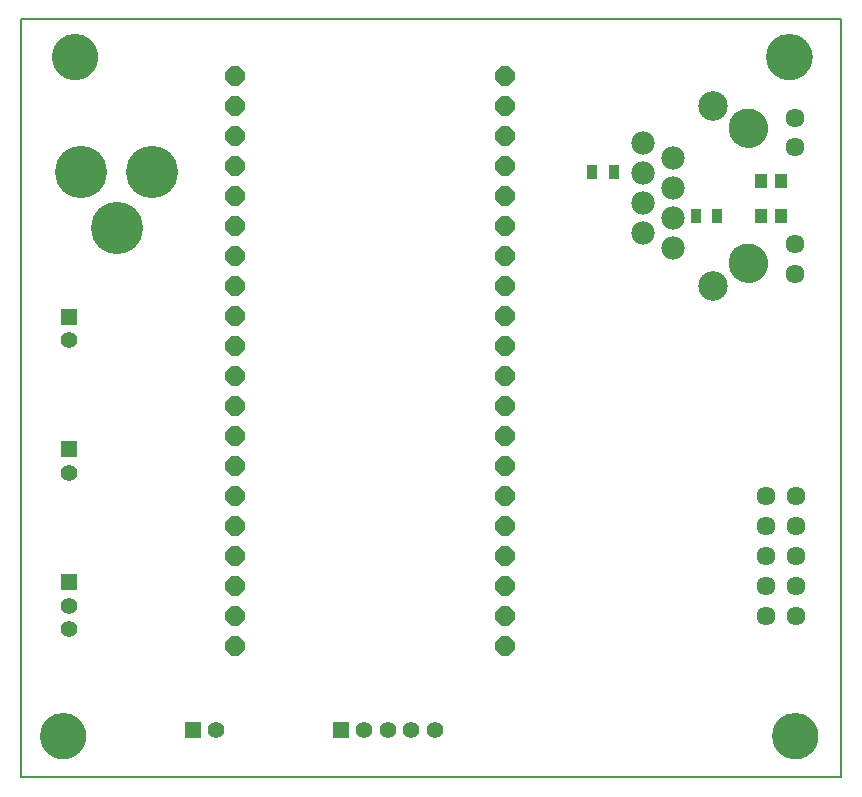
<source format=gbs>
G75*
%MOIN*%
%OFA0B0*%
%FSLAX25Y25*%
%IPPOS*%
%LPD*%
%AMOC8*
5,1,8,0,0,1.08239X$1,22.5*
%
%ADD10C,0.00600*%
%ADD11C,0.00000*%
%ADD12C,0.15361*%
%ADD13R,0.03550X0.05124*%
%ADD14C,0.05550*%
%ADD15R,0.05550X0.05550*%
%ADD16C,0.07800*%
%ADD17C,0.09849*%
%ADD18C,0.06337*%
%ADD19C,0.12998*%
%ADD20C,0.17400*%
%ADD21OC8,0.06337*%
%ADD22R,0.04337X0.04731*%
D10*
X0015315Y0001300D02*
X0015315Y0253859D01*
X0288346Y0253859D01*
X0288346Y0001300D01*
X0015315Y0001300D01*
D11*
X0021614Y0015080D02*
X0021616Y0015264D01*
X0021623Y0015447D01*
X0021634Y0015630D01*
X0021650Y0015813D01*
X0021670Y0015996D01*
X0021695Y0016178D01*
X0021724Y0016359D01*
X0021758Y0016539D01*
X0021796Y0016719D01*
X0021838Y0016897D01*
X0021885Y0017075D01*
X0021936Y0017251D01*
X0021992Y0017426D01*
X0022051Y0017600D01*
X0022115Y0017772D01*
X0022183Y0017942D01*
X0022256Y0018111D01*
X0022332Y0018278D01*
X0022413Y0018443D01*
X0022497Y0018606D01*
X0022586Y0018767D01*
X0022678Y0018925D01*
X0022774Y0019082D01*
X0022875Y0019236D01*
X0022978Y0019387D01*
X0023086Y0019536D01*
X0023197Y0019682D01*
X0023312Y0019825D01*
X0023430Y0019966D01*
X0023552Y0020103D01*
X0023677Y0020238D01*
X0023805Y0020369D01*
X0023936Y0020497D01*
X0024071Y0020622D01*
X0024208Y0020744D01*
X0024349Y0020862D01*
X0024492Y0020977D01*
X0024638Y0021088D01*
X0024787Y0021196D01*
X0024938Y0021299D01*
X0025092Y0021400D01*
X0025249Y0021496D01*
X0025407Y0021588D01*
X0025568Y0021677D01*
X0025731Y0021761D01*
X0025896Y0021842D01*
X0026063Y0021918D01*
X0026232Y0021991D01*
X0026402Y0022059D01*
X0026574Y0022123D01*
X0026748Y0022182D01*
X0026923Y0022238D01*
X0027099Y0022289D01*
X0027277Y0022336D01*
X0027455Y0022378D01*
X0027635Y0022416D01*
X0027815Y0022450D01*
X0027996Y0022479D01*
X0028178Y0022504D01*
X0028361Y0022524D01*
X0028544Y0022540D01*
X0028727Y0022551D01*
X0028910Y0022558D01*
X0029094Y0022560D01*
X0029278Y0022558D01*
X0029461Y0022551D01*
X0029644Y0022540D01*
X0029827Y0022524D01*
X0030010Y0022504D01*
X0030192Y0022479D01*
X0030373Y0022450D01*
X0030553Y0022416D01*
X0030733Y0022378D01*
X0030911Y0022336D01*
X0031089Y0022289D01*
X0031265Y0022238D01*
X0031440Y0022182D01*
X0031614Y0022123D01*
X0031786Y0022059D01*
X0031956Y0021991D01*
X0032125Y0021918D01*
X0032292Y0021842D01*
X0032457Y0021761D01*
X0032620Y0021677D01*
X0032781Y0021588D01*
X0032939Y0021496D01*
X0033096Y0021400D01*
X0033250Y0021299D01*
X0033401Y0021196D01*
X0033550Y0021088D01*
X0033696Y0020977D01*
X0033839Y0020862D01*
X0033980Y0020744D01*
X0034117Y0020622D01*
X0034252Y0020497D01*
X0034383Y0020369D01*
X0034511Y0020238D01*
X0034636Y0020103D01*
X0034758Y0019966D01*
X0034876Y0019825D01*
X0034991Y0019682D01*
X0035102Y0019536D01*
X0035210Y0019387D01*
X0035313Y0019236D01*
X0035414Y0019082D01*
X0035510Y0018925D01*
X0035602Y0018767D01*
X0035691Y0018606D01*
X0035775Y0018443D01*
X0035856Y0018278D01*
X0035932Y0018111D01*
X0036005Y0017942D01*
X0036073Y0017772D01*
X0036137Y0017600D01*
X0036196Y0017426D01*
X0036252Y0017251D01*
X0036303Y0017075D01*
X0036350Y0016897D01*
X0036392Y0016719D01*
X0036430Y0016539D01*
X0036464Y0016359D01*
X0036493Y0016178D01*
X0036518Y0015996D01*
X0036538Y0015813D01*
X0036554Y0015630D01*
X0036565Y0015447D01*
X0036572Y0015264D01*
X0036574Y0015080D01*
X0036572Y0014896D01*
X0036565Y0014713D01*
X0036554Y0014530D01*
X0036538Y0014347D01*
X0036518Y0014164D01*
X0036493Y0013982D01*
X0036464Y0013801D01*
X0036430Y0013621D01*
X0036392Y0013441D01*
X0036350Y0013263D01*
X0036303Y0013085D01*
X0036252Y0012909D01*
X0036196Y0012734D01*
X0036137Y0012560D01*
X0036073Y0012388D01*
X0036005Y0012218D01*
X0035932Y0012049D01*
X0035856Y0011882D01*
X0035775Y0011717D01*
X0035691Y0011554D01*
X0035602Y0011393D01*
X0035510Y0011235D01*
X0035414Y0011078D01*
X0035313Y0010924D01*
X0035210Y0010773D01*
X0035102Y0010624D01*
X0034991Y0010478D01*
X0034876Y0010335D01*
X0034758Y0010194D01*
X0034636Y0010057D01*
X0034511Y0009922D01*
X0034383Y0009791D01*
X0034252Y0009663D01*
X0034117Y0009538D01*
X0033980Y0009416D01*
X0033839Y0009298D01*
X0033696Y0009183D01*
X0033550Y0009072D01*
X0033401Y0008964D01*
X0033250Y0008861D01*
X0033096Y0008760D01*
X0032939Y0008664D01*
X0032781Y0008572D01*
X0032620Y0008483D01*
X0032457Y0008399D01*
X0032292Y0008318D01*
X0032125Y0008242D01*
X0031956Y0008169D01*
X0031786Y0008101D01*
X0031614Y0008037D01*
X0031440Y0007978D01*
X0031265Y0007922D01*
X0031089Y0007871D01*
X0030911Y0007824D01*
X0030733Y0007782D01*
X0030553Y0007744D01*
X0030373Y0007710D01*
X0030192Y0007681D01*
X0030010Y0007656D01*
X0029827Y0007636D01*
X0029644Y0007620D01*
X0029461Y0007609D01*
X0029278Y0007602D01*
X0029094Y0007600D01*
X0028910Y0007602D01*
X0028727Y0007609D01*
X0028544Y0007620D01*
X0028361Y0007636D01*
X0028178Y0007656D01*
X0027996Y0007681D01*
X0027815Y0007710D01*
X0027635Y0007744D01*
X0027455Y0007782D01*
X0027277Y0007824D01*
X0027099Y0007871D01*
X0026923Y0007922D01*
X0026748Y0007978D01*
X0026574Y0008037D01*
X0026402Y0008101D01*
X0026232Y0008169D01*
X0026063Y0008242D01*
X0025896Y0008318D01*
X0025731Y0008399D01*
X0025568Y0008483D01*
X0025407Y0008572D01*
X0025249Y0008664D01*
X0025092Y0008760D01*
X0024938Y0008861D01*
X0024787Y0008964D01*
X0024638Y0009072D01*
X0024492Y0009183D01*
X0024349Y0009298D01*
X0024208Y0009416D01*
X0024071Y0009538D01*
X0023936Y0009663D01*
X0023805Y0009791D01*
X0023677Y0009922D01*
X0023552Y0010057D01*
X0023430Y0010194D01*
X0023312Y0010335D01*
X0023197Y0010478D01*
X0023086Y0010624D01*
X0022978Y0010773D01*
X0022875Y0010924D01*
X0022774Y0011078D01*
X0022678Y0011235D01*
X0022586Y0011393D01*
X0022497Y0011554D01*
X0022413Y0011717D01*
X0022332Y0011882D01*
X0022256Y0012049D01*
X0022183Y0012218D01*
X0022115Y0012388D01*
X0022051Y0012560D01*
X0021992Y0012734D01*
X0021936Y0012909D01*
X0021885Y0013085D01*
X0021838Y0013263D01*
X0021796Y0013441D01*
X0021758Y0013621D01*
X0021724Y0013801D01*
X0021695Y0013982D01*
X0021670Y0014164D01*
X0021650Y0014347D01*
X0021634Y0014530D01*
X0021623Y0014713D01*
X0021616Y0014896D01*
X0021614Y0015080D01*
X0251240Y0172658D02*
X0251242Y0172816D01*
X0251248Y0172974D01*
X0251258Y0173132D01*
X0251272Y0173290D01*
X0251290Y0173447D01*
X0251311Y0173604D01*
X0251337Y0173760D01*
X0251367Y0173916D01*
X0251400Y0174071D01*
X0251438Y0174224D01*
X0251479Y0174377D01*
X0251524Y0174529D01*
X0251573Y0174680D01*
X0251626Y0174829D01*
X0251682Y0174977D01*
X0251742Y0175123D01*
X0251806Y0175268D01*
X0251874Y0175411D01*
X0251945Y0175553D01*
X0252019Y0175693D01*
X0252097Y0175830D01*
X0252179Y0175966D01*
X0252263Y0176100D01*
X0252352Y0176231D01*
X0252443Y0176360D01*
X0252538Y0176487D01*
X0252635Y0176612D01*
X0252736Y0176734D01*
X0252840Y0176853D01*
X0252947Y0176970D01*
X0253057Y0177084D01*
X0253170Y0177195D01*
X0253285Y0177304D01*
X0253403Y0177409D01*
X0253524Y0177511D01*
X0253647Y0177611D01*
X0253773Y0177707D01*
X0253901Y0177800D01*
X0254031Y0177890D01*
X0254164Y0177976D01*
X0254299Y0178060D01*
X0254435Y0178139D01*
X0254574Y0178216D01*
X0254715Y0178288D01*
X0254857Y0178358D01*
X0255001Y0178423D01*
X0255147Y0178485D01*
X0255294Y0178543D01*
X0255443Y0178598D01*
X0255593Y0178649D01*
X0255744Y0178696D01*
X0255896Y0178739D01*
X0256049Y0178778D01*
X0256204Y0178814D01*
X0256359Y0178845D01*
X0256515Y0178873D01*
X0256671Y0178897D01*
X0256828Y0178917D01*
X0256986Y0178933D01*
X0257143Y0178945D01*
X0257302Y0178953D01*
X0257460Y0178957D01*
X0257618Y0178957D01*
X0257776Y0178953D01*
X0257935Y0178945D01*
X0258092Y0178933D01*
X0258250Y0178917D01*
X0258407Y0178897D01*
X0258563Y0178873D01*
X0258719Y0178845D01*
X0258874Y0178814D01*
X0259029Y0178778D01*
X0259182Y0178739D01*
X0259334Y0178696D01*
X0259485Y0178649D01*
X0259635Y0178598D01*
X0259784Y0178543D01*
X0259931Y0178485D01*
X0260077Y0178423D01*
X0260221Y0178358D01*
X0260363Y0178288D01*
X0260504Y0178216D01*
X0260643Y0178139D01*
X0260779Y0178060D01*
X0260914Y0177976D01*
X0261047Y0177890D01*
X0261177Y0177800D01*
X0261305Y0177707D01*
X0261431Y0177611D01*
X0261554Y0177511D01*
X0261675Y0177409D01*
X0261793Y0177304D01*
X0261908Y0177195D01*
X0262021Y0177084D01*
X0262131Y0176970D01*
X0262238Y0176853D01*
X0262342Y0176734D01*
X0262443Y0176612D01*
X0262540Y0176487D01*
X0262635Y0176360D01*
X0262726Y0176231D01*
X0262815Y0176100D01*
X0262899Y0175966D01*
X0262981Y0175830D01*
X0263059Y0175693D01*
X0263133Y0175553D01*
X0263204Y0175411D01*
X0263272Y0175268D01*
X0263336Y0175123D01*
X0263396Y0174977D01*
X0263452Y0174829D01*
X0263505Y0174680D01*
X0263554Y0174529D01*
X0263599Y0174377D01*
X0263640Y0174224D01*
X0263678Y0174071D01*
X0263711Y0173916D01*
X0263741Y0173760D01*
X0263767Y0173604D01*
X0263788Y0173447D01*
X0263806Y0173290D01*
X0263820Y0173132D01*
X0263830Y0172974D01*
X0263836Y0172816D01*
X0263838Y0172658D01*
X0263836Y0172500D01*
X0263830Y0172342D01*
X0263820Y0172184D01*
X0263806Y0172026D01*
X0263788Y0171869D01*
X0263767Y0171712D01*
X0263741Y0171556D01*
X0263711Y0171400D01*
X0263678Y0171245D01*
X0263640Y0171092D01*
X0263599Y0170939D01*
X0263554Y0170787D01*
X0263505Y0170636D01*
X0263452Y0170487D01*
X0263396Y0170339D01*
X0263336Y0170193D01*
X0263272Y0170048D01*
X0263204Y0169905D01*
X0263133Y0169763D01*
X0263059Y0169623D01*
X0262981Y0169486D01*
X0262899Y0169350D01*
X0262815Y0169216D01*
X0262726Y0169085D01*
X0262635Y0168956D01*
X0262540Y0168829D01*
X0262443Y0168704D01*
X0262342Y0168582D01*
X0262238Y0168463D01*
X0262131Y0168346D01*
X0262021Y0168232D01*
X0261908Y0168121D01*
X0261793Y0168012D01*
X0261675Y0167907D01*
X0261554Y0167805D01*
X0261431Y0167705D01*
X0261305Y0167609D01*
X0261177Y0167516D01*
X0261047Y0167426D01*
X0260914Y0167340D01*
X0260779Y0167256D01*
X0260643Y0167177D01*
X0260504Y0167100D01*
X0260363Y0167028D01*
X0260221Y0166958D01*
X0260077Y0166893D01*
X0259931Y0166831D01*
X0259784Y0166773D01*
X0259635Y0166718D01*
X0259485Y0166667D01*
X0259334Y0166620D01*
X0259182Y0166577D01*
X0259029Y0166538D01*
X0258874Y0166502D01*
X0258719Y0166471D01*
X0258563Y0166443D01*
X0258407Y0166419D01*
X0258250Y0166399D01*
X0258092Y0166383D01*
X0257935Y0166371D01*
X0257776Y0166363D01*
X0257618Y0166359D01*
X0257460Y0166359D01*
X0257302Y0166363D01*
X0257143Y0166371D01*
X0256986Y0166383D01*
X0256828Y0166399D01*
X0256671Y0166419D01*
X0256515Y0166443D01*
X0256359Y0166471D01*
X0256204Y0166502D01*
X0256049Y0166538D01*
X0255896Y0166577D01*
X0255744Y0166620D01*
X0255593Y0166667D01*
X0255443Y0166718D01*
X0255294Y0166773D01*
X0255147Y0166831D01*
X0255001Y0166893D01*
X0254857Y0166958D01*
X0254715Y0167028D01*
X0254574Y0167100D01*
X0254435Y0167177D01*
X0254299Y0167256D01*
X0254164Y0167340D01*
X0254031Y0167426D01*
X0253901Y0167516D01*
X0253773Y0167609D01*
X0253647Y0167705D01*
X0253524Y0167805D01*
X0253403Y0167907D01*
X0253285Y0168012D01*
X0253170Y0168121D01*
X0253057Y0168232D01*
X0252947Y0168346D01*
X0252840Y0168463D01*
X0252736Y0168582D01*
X0252635Y0168704D01*
X0252538Y0168829D01*
X0252443Y0168956D01*
X0252352Y0169085D01*
X0252263Y0169216D01*
X0252179Y0169350D01*
X0252097Y0169486D01*
X0252019Y0169623D01*
X0251945Y0169763D01*
X0251874Y0169905D01*
X0251806Y0170048D01*
X0251742Y0170193D01*
X0251682Y0170339D01*
X0251626Y0170487D01*
X0251573Y0170636D01*
X0251524Y0170787D01*
X0251479Y0170939D01*
X0251438Y0171092D01*
X0251400Y0171245D01*
X0251367Y0171400D01*
X0251337Y0171556D01*
X0251311Y0171712D01*
X0251290Y0171869D01*
X0251272Y0172026D01*
X0251258Y0172184D01*
X0251248Y0172342D01*
X0251242Y0172500D01*
X0251240Y0172658D01*
X0251240Y0217658D02*
X0251242Y0217816D01*
X0251248Y0217974D01*
X0251258Y0218132D01*
X0251272Y0218290D01*
X0251290Y0218447D01*
X0251311Y0218604D01*
X0251337Y0218760D01*
X0251367Y0218916D01*
X0251400Y0219071D01*
X0251438Y0219224D01*
X0251479Y0219377D01*
X0251524Y0219529D01*
X0251573Y0219680D01*
X0251626Y0219829D01*
X0251682Y0219977D01*
X0251742Y0220123D01*
X0251806Y0220268D01*
X0251874Y0220411D01*
X0251945Y0220553D01*
X0252019Y0220693D01*
X0252097Y0220830D01*
X0252179Y0220966D01*
X0252263Y0221100D01*
X0252352Y0221231D01*
X0252443Y0221360D01*
X0252538Y0221487D01*
X0252635Y0221612D01*
X0252736Y0221734D01*
X0252840Y0221853D01*
X0252947Y0221970D01*
X0253057Y0222084D01*
X0253170Y0222195D01*
X0253285Y0222304D01*
X0253403Y0222409D01*
X0253524Y0222511D01*
X0253647Y0222611D01*
X0253773Y0222707D01*
X0253901Y0222800D01*
X0254031Y0222890D01*
X0254164Y0222976D01*
X0254299Y0223060D01*
X0254435Y0223139D01*
X0254574Y0223216D01*
X0254715Y0223288D01*
X0254857Y0223358D01*
X0255001Y0223423D01*
X0255147Y0223485D01*
X0255294Y0223543D01*
X0255443Y0223598D01*
X0255593Y0223649D01*
X0255744Y0223696D01*
X0255896Y0223739D01*
X0256049Y0223778D01*
X0256204Y0223814D01*
X0256359Y0223845D01*
X0256515Y0223873D01*
X0256671Y0223897D01*
X0256828Y0223917D01*
X0256986Y0223933D01*
X0257143Y0223945D01*
X0257302Y0223953D01*
X0257460Y0223957D01*
X0257618Y0223957D01*
X0257776Y0223953D01*
X0257935Y0223945D01*
X0258092Y0223933D01*
X0258250Y0223917D01*
X0258407Y0223897D01*
X0258563Y0223873D01*
X0258719Y0223845D01*
X0258874Y0223814D01*
X0259029Y0223778D01*
X0259182Y0223739D01*
X0259334Y0223696D01*
X0259485Y0223649D01*
X0259635Y0223598D01*
X0259784Y0223543D01*
X0259931Y0223485D01*
X0260077Y0223423D01*
X0260221Y0223358D01*
X0260363Y0223288D01*
X0260504Y0223216D01*
X0260643Y0223139D01*
X0260779Y0223060D01*
X0260914Y0222976D01*
X0261047Y0222890D01*
X0261177Y0222800D01*
X0261305Y0222707D01*
X0261431Y0222611D01*
X0261554Y0222511D01*
X0261675Y0222409D01*
X0261793Y0222304D01*
X0261908Y0222195D01*
X0262021Y0222084D01*
X0262131Y0221970D01*
X0262238Y0221853D01*
X0262342Y0221734D01*
X0262443Y0221612D01*
X0262540Y0221487D01*
X0262635Y0221360D01*
X0262726Y0221231D01*
X0262815Y0221100D01*
X0262899Y0220966D01*
X0262981Y0220830D01*
X0263059Y0220693D01*
X0263133Y0220553D01*
X0263204Y0220411D01*
X0263272Y0220268D01*
X0263336Y0220123D01*
X0263396Y0219977D01*
X0263452Y0219829D01*
X0263505Y0219680D01*
X0263554Y0219529D01*
X0263599Y0219377D01*
X0263640Y0219224D01*
X0263678Y0219071D01*
X0263711Y0218916D01*
X0263741Y0218760D01*
X0263767Y0218604D01*
X0263788Y0218447D01*
X0263806Y0218290D01*
X0263820Y0218132D01*
X0263830Y0217974D01*
X0263836Y0217816D01*
X0263838Y0217658D01*
X0263836Y0217500D01*
X0263830Y0217342D01*
X0263820Y0217184D01*
X0263806Y0217026D01*
X0263788Y0216869D01*
X0263767Y0216712D01*
X0263741Y0216556D01*
X0263711Y0216400D01*
X0263678Y0216245D01*
X0263640Y0216092D01*
X0263599Y0215939D01*
X0263554Y0215787D01*
X0263505Y0215636D01*
X0263452Y0215487D01*
X0263396Y0215339D01*
X0263336Y0215193D01*
X0263272Y0215048D01*
X0263204Y0214905D01*
X0263133Y0214763D01*
X0263059Y0214623D01*
X0262981Y0214486D01*
X0262899Y0214350D01*
X0262815Y0214216D01*
X0262726Y0214085D01*
X0262635Y0213956D01*
X0262540Y0213829D01*
X0262443Y0213704D01*
X0262342Y0213582D01*
X0262238Y0213463D01*
X0262131Y0213346D01*
X0262021Y0213232D01*
X0261908Y0213121D01*
X0261793Y0213012D01*
X0261675Y0212907D01*
X0261554Y0212805D01*
X0261431Y0212705D01*
X0261305Y0212609D01*
X0261177Y0212516D01*
X0261047Y0212426D01*
X0260914Y0212340D01*
X0260779Y0212256D01*
X0260643Y0212177D01*
X0260504Y0212100D01*
X0260363Y0212028D01*
X0260221Y0211958D01*
X0260077Y0211893D01*
X0259931Y0211831D01*
X0259784Y0211773D01*
X0259635Y0211718D01*
X0259485Y0211667D01*
X0259334Y0211620D01*
X0259182Y0211577D01*
X0259029Y0211538D01*
X0258874Y0211502D01*
X0258719Y0211471D01*
X0258563Y0211443D01*
X0258407Y0211419D01*
X0258250Y0211399D01*
X0258092Y0211383D01*
X0257935Y0211371D01*
X0257776Y0211363D01*
X0257618Y0211359D01*
X0257460Y0211359D01*
X0257302Y0211363D01*
X0257143Y0211371D01*
X0256986Y0211383D01*
X0256828Y0211399D01*
X0256671Y0211419D01*
X0256515Y0211443D01*
X0256359Y0211471D01*
X0256204Y0211502D01*
X0256049Y0211538D01*
X0255896Y0211577D01*
X0255744Y0211620D01*
X0255593Y0211667D01*
X0255443Y0211718D01*
X0255294Y0211773D01*
X0255147Y0211831D01*
X0255001Y0211893D01*
X0254857Y0211958D01*
X0254715Y0212028D01*
X0254574Y0212100D01*
X0254435Y0212177D01*
X0254299Y0212256D01*
X0254164Y0212340D01*
X0254031Y0212426D01*
X0253901Y0212516D01*
X0253773Y0212609D01*
X0253647Y0212705D01*
X0253524Y0212805D01*
X0253403Y0212907D01*
X0253285Y0213012D01*
X0253170Y0213121D01*
X0253057Y0213232D01*
X0252947Y0213346D01*
X0252840Y0213463D01*
X0252736Y0213582D01*
X0252635Y0213704D01*
X0252538Y0213829D01*
X0252443Y0213956D01*
X0252352Y0214085D01*
X0252263Y0214216D01*
X0252179Y0214350D01*
X0252097Y0214486D01*
X0252019Y0214623D01*
X0251945Y0214763D01*
X0251874Y0214905D01*
X0251806Y0215048D01*
X0251742Y0215193D01*
X0251682Y0215339D01*
X0251626Y0215487D01*
X0251573Y0215636D01*
X0251524Y0215787D01*
X0251479Y0215939D01*
X0251438Y0216092D01*
X0251400Y0216245D01*
X0251367Y0216400D01*
X0251337Y0216556D01*
X0251311Y0216712D01*
X0251290Y0216869D01*
X0251272Y0217026D01*
X0251258Y0217184D01*
X0251248Y0217342D01*
X0251242Y0217500D01*
X0251240Y0217658D01*
X0263740Y0241457D02*
X0263742Y0241641D01*
X0263749Y0241824D01*
X0263760Y0242007D01*
X0263776Y0242190D01*
X0263796Y0242373D01*
X0263821Y0242555D01*
X0263850Y0242736D01*
X0263884Y0242916D01*
X0263922Y0243096D01*
X0263964Y0243274D01*
X0264011Y0243452D01*
X0264062Y0243628D01*
X0264118Y0243803D01*
X0264177Y0243977D01*
X0264241Y0244149D01*
X0264309Y0244319D01*
X0264382Y0244488D01*
X0264458Y0244655D01*
X0264539Y0244820D01*
X0264623Y0244983D01*
X0264712Y0245144D01*
X0264804Y0245302D01*
X0264900Y0245459D01*
X0265001Y0245613D01*
X0265104Y0245764D01*
X0265212Y0245913D01*
X0265323Y0246059D01*
X0265438Y0246202D01*
X0265556Y0246343D01*
X0265678Y0246480D01*
X0265803Y0246615D01*
X0265931Y0246746D01*
X0266062Y0246874D01*
X0266197Y0246999D01*
X0266334Y0247121D01*
X0266475Y0247239D01*
X0266618Y0247354D01*
X0266764Y0247465D01*
X0266913Y0247573D01*
X0267064Y0247676D01*
X0267218Y0247777D01*
X0267375Y0247873D01*
X0267533Y0247965D01*
X0267694Y0248054D01*
X0267857Y0248138D01*
X0268022Y0248219D01*
X0268189Y0248295D01*
X0268358Y0248368D01*
X0268528Y0248436D01*
X0268700Y0248500D01*
X0268874Y0248559D01*
X0269049Y0248615D01*
X0269225Y0248666D01*
X0269403Y0248713D01*
X0269581Y0248755D01*
X0269761Y0248793D01*
X0269941Y0248827D01*
X0270122Y0248856D01*
X0270304Y0248881D01*
X0270487Y0248901D01*
X0270670Y0248917D01*
X0270853Y0248928D01*
X0271036Y0248935D01*
X0271220Y0248937D01*
X0271404Y0248935D01*
X0271587Y0248928D01*
X0271770Y0248917D01*
X0271953Y0248901D01*
X0272136Y0248881D01*
X0272318Y0248856D01*
X0272499Y0248827D01*
X0272679Y0248793D01*
X0272859Y0248755D01*
X0273037Y0248713D01*
X0273215Y0248666D01*
X0273391Y0248615D01*
X0273566Y0248559D01*
X0273740Y0248500D01*
X0273912Y0248436D01*
X0274082Y0248368D01*
X0274251Y0248295D01*
X0274418Y0248219D01*
X0274583Y0248138D01*
X0274746Y0248054D01*
X0274907Y0247965D01*
X0275065Y0247873D01*
X0275222Y0247777D01*
X0275376Y0247676D01*
X0275527Y0247573D01*
X0275676Y0247465D01*
X0275822Y0247354D01*
X0275965Y0247239D01*
X0276106Y0247121D01*
X0276243Y0246999D01*
X0276378Y0246874D01*
X0276509Y0246746D01*
X0276637Y0246615D01*
X0276762Y0246480D01*
X0276884Y0246343D01*
X0277002Y0246202D01*
X0277117Y0246059D01*
X0277228Y0245913D01*
X0277336Y0245764D01*
X0277439Y0245613D01*
X0277540Y0245459D01*
X0277636Y0245302D01*
X0277728Y0245144D01*
X0277817Y0244983D01*
X0277901Y0244820D01*
X0277982Y0244655D01*
X0278058Y0244488D01*
X0278131Y0244319D01*
X0278199Y0244149D01*
X0278263Y0243977D01*
X0278322Y0243803D01*
X0278378Y0243628D01*
X0278429Y0243452D01*
X0278476Y0243274D01*
X0278518Y0243096D01*
X0278556Y0242916D01*
X0278590Y0242736D01*
X0278619Y0242555D01*
X0278644Y0242373D01*
X0278664Y0242190D01*
X0278680Y0242007D01*
X0278691Y0241824D01*
X0278698Y0241641D01*
X0278700Y0241457D01*
X0278698Y0241273D01*
X0278691Y0241090D01*
X0278680Y0240907D01*
X0278664Y0240724D01*
X0278644Y0240541D01*
X0278619Y0240359D01*
X0278590Y0240178D01*
X0278556Y0239998D01*
X0278518Y0239818D01*
X0278476Y0239640D01*
X0278429Y0239462D01*
X0278378Y0239286D01*
X0278322Y0239111D01*
X0278263Y0238937D01*
X0278199Y0238765D01*
X0278131Y0238595D01*
X0278058Y0238426D01*
X0277982Y0238259D01*
X0277901Y0238094D01*
X0277817Y0237931D01*
X0277728Y0237770D01*
X0277636Y0237612D01*
X0277540Y0237455D01*
X0277439Y0237301D01*
X0277336Y0237150D01*
X0277228Y0237001D01*
X0277117Y0236855D01*
X0277002Y0236712D01*
X0276884Y0236571D01*
X0276762Y0236434D01*
X0276637Y0236299D01*
X0276509Y0236168D01*
X0276378Y0236040D01*
X0276243Y0235915D01*
X0276106Y0235793D01*
X0275965Y0235675D01*
X0275822Y0235560D01*
X0275676Y0235449D01*
X0275527Y0235341D01*
X0275376Y0235238D01*
X0275222Y0235137D01*
X0275065Y0235041D01*
X0274907Y0234949D01*
X0274746Y0234860D01*
X0274583Y0234776D01*
X0274418Y0234695D01*
X0274251Y0234619D01*
X0274082Y0234546D01*
X0273912Y0234478D01*
X0273740Y0234414D01*
X0273566Y0234355D01*
X0273391Y0234299D01*
X0273215Y0234248D01*
X0273037Y0234201D01*
X0272859Y0234159D01*
X0272679Y0234121D01*
X0272499Y0234087D01*
X0272318Y0234058D01*
X0272136Y0234033D01*
X0271953Y0234013D01*
X0271770Y0233997D01*
X0271587Y0233986D01*
X0271404Y0233979D01*
X0271220Y0233977D01*
X0271036Y0233979D01*
X0270853Y0233986D01*
X0270670Y0233997D01*
X0270487Y0234013D01*
X0270304Y0234033D01*
X0270122Y0234058D01*
X0269941Y0234087D01*
X0269761Y0234121D01*
X0269581Y0234159D01*
X0269403Y0234201D01*
X0269225Y0234248D01*
X0269049Y0234299D01*
X0268874Y0234355D01*
X0268700Y0234414D01*
X0268528Y0234478D01*
X0268358Y0234546D01*
X0268189Y0234619D01*
X0268022Y0234695D01*
X0267857Y0234776D01*
X0267694Y0234860D01*
X0267533Y0234949D01*
X0267375Y0235041D01*
X0267218Y0235137D01*
X0267064Y0235238D01*
X0266913Y0235341D01*
X0266764Y0235449D01*
X0266618Y0235560D01*
X0266475Y0235675D01*
X0266334Y0235793D01*
X0266197Y0235915D01*
X0266062Y0236040D01*
X0265931Y0236168D01*
X0265803Y0236299D01*
X0265678Y0236434D01*
X0265556Y0236571D01*
X0265438Y0236712D01*
X0265323Y0236855D01*
X0265212Y0237001D01*
X0265104Y0237150D01*
X0265001Y0237301D01*
X0264900Y0237455D01*
X0264804Y0237612D01*
X0264712Y0237770D01*
X0264623Y0237931D01*
X0264539Y0238094D01*
X0264458Y0238259D01*
X0264382Y0238426D01*
X0264309Y0238595D01*
X0264241Y0238765D01*
X0264177Y0238937D01*
X0264118Y0239111D01*
X0264062Y0239286D01*
X0264011Y0239462D01*
X0263964Y0239640D01*
X0263922Y0239818D01*
X0263884Y0239998D01*
X0263850Y0240178D01*
X0263821Y0240359D01*
X0263796Y0240541D01*
X0263776Y0240724D01*
X0263760Y0240907D01*
X0263749Y0241090D01*
X0263742Y0241273D01*
X0263740Y0241457D01*
X0025551Y0241457D02*
X0025553Y0241641D01*
X0025560Y0241824D01*
X0025571Y0242007D01*
X0025587Y0242190D01*
X0025607Y0242373D01*
X0025632Y0242555D01*
X0025661Y0242736D01*
X0025695Y0242916D01*
X0025733Y0243096D01*
X0025775Y0243274D01*
X0025822Y0243452D01*
X0025873Y0243628D01*
X0025929Y0243803D01*
X0025988Y0243977D01*
X0026052Y0244149D01*
X0026120Y0244319D01*
X0026193Y0244488D01*
X0026269Y0244655D01*
X0026350Y0244820D01*
X0026434Y0244983D01*
X0026523Y0245144D01*
X0026615Y0245302D01*
X0026711Y0245459D01*
X0026812Y0245613D01*
X0026915Y0245764D01*
X0027023Y0245913D01*
X0027134Y0246059D01*
X0027249Y0246202D01*
X0027367Y0246343D01*
X0027489Y0246480D01*
X0027614Y0246615D01*
X0027742Y0246746D01*
X0027873Y0246874D01*
X0028008Y0246999D01*
X0028145Y0247121D01*
X0028286Y0247239D01*
X0028429Y0247354D01*
X0028575Y0247465D01*
X0028724Y0247573D01*
X0028875Y0247676D01*
X0029029Y0247777D01*
X0029186Y0247873D01*
X0029344Y0247965D01*
X0029505Y0248054D01*
X0029668Y0248138D01*
X0029833Y0248219D01*
X0030000Y0248295D01*
X0030169Y0248368D01*
X0030339Y0248436D01*
X0030511Y0248500D01*
X0030685Y0248559D01*
X0030860Y0248615D01*
X0031036Y0248666D01*
X0031214Y0248713D01*
X0031392Y0248755D01*
X0031572Y0248793D01*
X0031752Y0248827D01*
X0031933Y0248856D01*
X0032115Y0248881D01*
X0032298Y0248901D01*
X0032481Y0248917D01*
X0032664Y0248928D01*
X0032847Y0248935D01*
X0033031Y0248937D01*
X0033215Y0248935D01*
X0033398Y0248928D01*
X0033581Y0248917D01*
X0033764Y0248901D01*
X0033947Y0248881D01*
X0034129Y0248856D01*
X0034310Y0248827D01*
X0034490Y0248793D01*
X0034670Y0248755D01*
X0034848Y0248713D01*
X0035026Y0248666D01*
X0035202Y0248615D01*
X0035377Y0248559D01*
X0035551Y0248500D01*
X0035723Y0248436D01*
X0035893Y0248368D01*
X0036062Y0248295D01*
X0036229Y0248219D01*
X0036394Y0248138D01*
X0036557Y0248054D01*
X0036718Y0247965D01*
X0036876Y0247873D01*
X0037033Y0247777D01*
X0037187Y0247676D01*
X0037338Y0247573D01*
X0037487Y0247465D01*
X0037633Y0247354D01*
X0037776Y0247239D01*
X0037917Y0247121D01*
X0038054Y0246999D01*
X0038189Y0246874D01*
X0038320Y0246746D01*
X0038448Y0246615D01*
X0038573Y0246480D01*
X0038695Y0246343D01*
X0038813Y0246202D01*
X0038928Y0246059D01*
X0039039Y0245913D01*
X0039147Y0245764D01*
X0039250Y0245613D01*
X0039351Y0245459D01*
X0039447Y0245302D01*
X0039539Y0245144D01*
X0039628Y0244983D01*
X0039712Y0244820D01*
X0039793Y0244655D01*
X0039869Y0244488D01*
X0039942Y0244319D01*
X0040010Y0244149D01*
X0040074Y0243977D01*
X0040133Y0243803D01*
X0040189Y0243628D01*
X0040240Y0243452D01*
X0040287Y0243274D01*
X0040329Y0243096D01*
X0040367Y0242916D01*
X0040401Y0242736D01*
X0040430Y0242555D01*
X0040455Y0242373D01*
X0040475Y0242190D01*
X0040491Y0242007D01*
X0040502Y0241824D01*
X0040509Y0241641D01*
X0040511Y0241457D01*
X0040509Y0241273D01*
X0040502Y0241090D01*
X0040491Y0240907D01*
X0040475Y0240724D01*
X0040455Y0240541D01*
X0040430Y0240359D01*
X0040401Y0240178D01*
X0040367Y0239998D01*
X0040329Y0239818D01*
X0040287Y0239640D01*
X0040240Y0239462D01*
X0040189Y0239286D01*
X0040133Y0239111D01*
X0040074Y0238937D01*
X0040010Y0238765D01*
X0039942Y0238595D01*
X0039869Y0238426D01*
X0039793Y0238259D01*
X0039712Y0238094D01*
X0039628Y0237931D01*
X0039539Y0237770D01*
X0039447Y0237612D01*
X0039351Y0237455D01*
X0039250Y0237301D01*
X0039147Y0237150D01*
X0039039Y0237001D01*
X0038928Y0236855D01*
X0038813Y0236712D01*
X0038695Y0236571D01*
X0038573Y0236434D01*
X0038448Y0236299D01*
X0038320Y0236168D01*
X0038189Y0236040D01*
X0038054Y0235915D01*
X0037917Y0235793D01*
X0037776Y0235675D01*
X0037633Y0235560D01*
X0037487Y0235449D01*
X0037338Y0235341D01*
X0037187Y0235238D01*
X0037033Y0235137D01*
X0036876Y0235041D01*
X0036718Y0234949D01*
X0036557Y0234860D01*
X0036394Y0234776D01*
X0036229Y0234695D01*
X0036062Y0234619D01*
X0035893Y0234546D01*
X0035723Y0234478D01*
X0035551Y0234414D01*
X0035377Y0234355D01*
X0035202Y0234299D01*
X0035026Y0234248D01*
X0034848Y0234201D01*
X0034670Y0234159D01*
X0034490Y0234121D01*
X0034310Y0234087D01*
X0034129Y0234058D01*
X0033947Y0234033D01*
X0033764Y0234013D01*
X0033581Y0233997D01*
X0033398Y0233986D01*
X0033215Y0233979D01*
X0033031Y0233977D01*
X0032847Y0233979D01*
X0032664Y0233986D01*
X0032481Y0233997D01*
X0032298Y0234013D01*
X0032115Y0234033D01*
X0031933Y0234058D01*
X0031752Y0234087D01*
X0031572Y0234121D01*
X0031392Y0234159D01*
X0031214Y0234201D01*
X0031036Y0234248D01*
X0030860Y0234299D01*
X0030685Y0234355D01*
X0030511Y0234414D01*
X0030339Y0234478D01*
X0030169Y0234546D01*
X0030000Y0234619D01*
X0029833Y0234695D01*
X0029668Y0234776D01*
X0029505Y0234860D01*
X0029344Y0234949D01*
X0029186Y0235041D01*
X0029029Y0235137D01*
X0028875Y0235238D01*
X0028724Y0235341D01*
X0028575Y0235449D01*
X0028429Y0235560D01*
X0028286Y0235675D01*
X0028145Y0235793D01*
X0028008Y0235915D01*
X0027873Y0236040D01*
X0027742Y0236168D01*
X0027614Y0236299D01*
X0027489Y0236434D01*
X0027367Y0236571D01*
X0027249Y0236712D01*
X0027134Y0236855D01*
X0027023Y0237001D01*
X0026915Y0237150D01*
X0026812Y0237301D01*
X0026711Y0237455D01*
X0026615Y0237612D01*
X0026523Y0237770D01*
X0026434Y0237931D01*
X0026350Y0238094D01*
X0026269Y0238259D01*
X0026193Y0238426D01*
X0026120Y0238595D01*
X0026052Y0238765D01*
X0025988Y0238937D01*
X0025929Y0239111D01*
X0025873Y0239286D01*
X0025822Y0239462D01*
X0025775Y0239640D01*
X0025733Y0239818D01*
X0025695Y0239998D01*
X0025661Y0240178D01*
X0025632Y0240359D01*
X0025607Y0240541D01*
X0025587Y0240724D01*
X0025571Y0240907D01*
X0025560Y0241090D01*
X0025553Y0241273D01*
X0025551Y0241457D01*
X0265709Y0015080D02*
X0265711Y0015264D01*
X0265718Y0015447D01*
X0265729Y0015630D01*
X0265745Y0015813D01*
X0265765Y0015996D01*
X0265790Y0016178D01*
X0265819Y0016359D01*
X0265853Y0016539D01*
X0265891Y0016719D01*
X0265933Y0016897D01*
X0265980Y0017075D01*
X0266031Y0017251D01*
X0266087Y0017426D01*
X0266146Y0017600D01*
X0266210Y0017772D01*
X0266278Y0017942D01*
X0266351Y0018111D01*
X0266427Y0018278D01*
X0266508Y0018443D01*
X0266592Y0018606D01*
X0266681Y0018767D01*
X0266773Y0018925D01*
X0266869Y0019082D01*
X0266970Y0019236D01*
X0267073Y0019387D01*
X0267181Y0019536D01*
X0267292Y0019682D01*
X0267407Y0019825D01*
X0267525Y0019966D01*
X0267647Y0020103D01*
X0267772Y0020238D01*
X0267900Y0020369D01*
X0268031Y0020497D01*
X0268166Y0020622D01*
X0268303Y0020744D01*
X0268444Y0020862D01*
X0268587Y0020977D01*
X0268733Y0021088D01*
X0268882Y0021196D01*
X0269033Y0021299D01*
X0269187Y0021400D01*
X0269344Y0021496D01*
X0269502Y0021588D01*
X0269663Y0021677D01*
X0269826Y0021761D01*
X0269991Y0021842D01*
X0270158Y0021918D01*
X0270327Y0021991D01*
X0270497Y0022059D01*
X0270669Y0022123D01*
X0270843Y0022182D01*
X0271018Y0022238D01*
X0271194Y0022289D01*
X0271372Y0022336D01*
X0271550Y0022378D01*
X0271730Y0022416D01*
X0271910Y0022450D01*
X0272091Y0022479D01*
X0272273Y0022504D01*
X0272456Y0022524D01*
X0272639Y0022540D01*
X0272822Y0022551D01*
X0273005Y0022558D01*
X0273189Y0022560D01*
X0273373Y0022558D01*
X0273556Y0022551D01*
X0273739Y0022540D01*
X0273922Y0022524D01*
X0274105Y0022504D01*
X0274287Y0022479D01*
X0274468Y0022450D01*
X0274648Y0022416D01*
X0274828Y0022378D01*
X0275006Y0022336D01*
X0275184Y0022289D01*
X0275360Y0022238D01*
X0275535Y0022182D01*
X0275709Y0022123D01*
X0275881Y0022059D01*
X0276051Y0021991D01*
X0276220Y0021918D01*
X0276387Y0021842D01*
X0276552Y0021761D01*
X0276715Y0021677D01*
X0276876Y0021588D01*
X0277034Y0021496D01*
X0277191Y0021400D01*
X0277345Y0021299D01*
X0277496Y0021196D01*
X0277645Y0021088D01*
X0277791Y0020977D01*
X0277934Y0020862D01*
X0278075Y0020744D01*
X0278212Y0020622D01*
X0278347Y0020497D01*
X0278478Y0020369D01*
X0278606Y0020238D01*
X0278731Y0020103D01*
X0278853Y0019966D01*
X0278971Y0019825D01*
X0279086Y0019682D01*
X0279197Y0019536D01*
X0279305Y0019387D01*
X0279408Y0019236D01*
X0279509Y0019082D01*
X0279605Y0018925D01*
X0279697Y0018767D01*
X0279786Y0018606D01*
X0279870Y0018443D01*
X0279951Y0018278D01*
X0280027Y0018111D01*
X0280100Y0017942D01*
X0280168Y0017772D01*
X0280232Y0017600D01*
X0280291Y0017426D01*
X0280347Y0017251D01*
X0280398Y0017075D01*
X0280445Y0016897D01*
X0280487Y0016719D01*
X0280525Y0016539D01*
X0280559Y0016359D01*
X0280588Y0016178D01*
X0280613Y0015996D01*
X0280633Y0015813D01*
X0280649Y0015630D01*
X0280660Y0015447D01*
X0280667Y0015264D01*
X0280669Y0015080D01*
X0280667Y0014896D01*
X0280660Y0014713D01*
X0280649Y0014530D01*
X0280633Y0014347D01*
X0280613Y0014164D01*
X0280588Y0013982D01*
X0280559Y0013801D01*
X0280525Y0013621D01*
X0280487Y0013441D01*
X0280445Y0013263D01*
X0280398Y0013085D01*
X0280347Y0012909D01*
X0280291Y0012734D01*
X0280232Y0012560D01*
X0280168Y0012388D01*
X0280100Y0012218D01*
X0280027Y0012049D01*
X0279951Y0011882D01*
X0279870Y0011717D01*
X0279786Y0011554D01*
X0279697Y0011393D01*
X0279605Y0011235D01*
X0279509Y0011078D01*
X0279408Y0010924D01*
X0279305Y0010773D01*
X0279197Y0010624D01*
X0279086Y0010478D01*
X0278971Y0010335D01*
X0278853Y0010194D01*
X0278731Y0010057D01*
X0278606Y0009922D01*
X0278478Y0009791D01*
X0278347Y0009663D01*
X0278212Y0009538D01*
X0278075Y0009416D01*
X0277934Y0009298D01*
X0277791Y0009183D01*
X0277645Y0009072D01*
X0277496Y0008964D01*
X0277345Y0008861D01*
X0277191Y0008760D01*
X0277034Y0008664D01*
X0276876Y0008572D01*
X0276715Y0008483D01*
X0276552Y0008399D01*
X0276387Y0008318D01*
X0276220Y0008242D01*
X0276051Y0008169D01*
X0275881Y0008101D01*
X0275709Y0008037D01*
X0275535Y0007978D01*
X0275360Y0007922D01*
X0275184Y0007871D01*
X0275006Y0007824D01*
X0274828Y0007782D01*
X0274648Y0007744D01*
X0274468Y0007710D01*
X0274287Y0007681D01*
X0274105Y0007656D01*
X0273922Y0007636D01*
X0273739Y0007620D01*
X0273556Y0007609D01*
X0273373Y0007602D01*
X0273189Y0007600D01*
X0273005Y0007602D01*
X0272822Y0007609D01*
X0272639Y0007620D01*
X0272456Y0007636D01*
X0272273Y0007656D01*
X0272091Y0007681D01*
X0271910Y0007710D01*
X0271730Y0007744D01*
X0271550Y0007782D01*
X0271372Y0007824D01*
X0271194Y0007871D01*
X0271018Y0007922D01*
X0270843Y0007978D01*
X0270669Y0008037D01*
X0270497Y0008101D01*
X0270327Y0008169D01*
X0270158Y0008242D01*
X0269991Y0008318D01*
X0269826Y0008399D01*
X0269663Y0008483D01*
X0269502Y0008572D01*
X0269344Y0008664D01*
X0269187Y0008760D01*
X0269033Y0008861D01*
X0268882Y0008964D01*
X0268733Y0009072D01*
X0268587Y0009183D01*
X0268444Y0009298D01*
X0268303Y0009416D01*
X0268166Y0009538D01*
X0268031Y0009663D01*
X0267900Y0009791D01*
X0267772Y0009922D01*
X0267647Y0010057D01*
X0267525Y0010194D01*
X0267407Y0010335D01*
X0267292Y0010478D01*
X0267181Y0010624D01*
X0267073Y0010773D01*
X0266970Y0010924D01*
X0266869Y0011078D01*
X0266773Y0011235D01*
X0266681Y0011393D01*
X0266592Y0011554D01*
X0266508Y0011717D01*
X0266427Y0011882D01*
X0266351Y0012049D01*
X0266278Y0012218D01*
X0266210Y0012388D01*
X0266146Y0012560D01*
X0266087Y0012734D01*
X0266031Y0012909D01*
X0265980Y0013085D01*
X0265933Y0013263D01*
X0265891Y0013441D01*
X0265853Y0013621D01*
X0265819Y0013801D01*
X0265790Y0013982D01*
X0265765Y0014164D01*
X0265745Y0014347D01*
X0265729Y0014530D01*
X0265718Y0014713D01*
X0265711Y0014896D01*
X0265709Y0015080D01*
D12*
X0273189Y0015080D03*
X0029094Y0015080D03*
X0033031Y0241457D03*
X0271220Y0241457D03*
D13*
X0212756Y0203072D03*
X0205669Y0203072D03*
X0240118Y0188308D03*
X0247205Y0188308D03*
D14*
X0153189Y0017048D03*
X0145315Y0017048D03*
X0137441Y0017048D03*
X0129567Y0017048D03*
X0080276Y0017048D03*
X0031063Y0050513D03*
X0031063Y0058387D03*
X0031063Y0102678D03*
X0031063Y0146891D03*
D15*
X0031063Y0154765D03*
X0031063Y0110552D03*
X0031063Y0066261D03*
X0072402Y0017048D03*
X0121693Y0017048D03*
D16*
X0232539Y0177658D03*
X0222539Y0182658D03*
X0232539Y0187658D03*
X0222539Y0192658D03*
X0232539Y0197658D03*
X0222539Y0202658D03*
X0232539Y0207658D03*
X0222539Y0212658D03*
D17*
X0245709Y0225001D03*
X0245709Y0165158D03*
D18*
X0273268Y0169095D03*
X0273268Y0178938D03*
X0273268Y0211221D03*
X0273268Y0221064D03*
X0273346Y0094922D03*
X0263346Y0094922D03*
X0263346Y0084922D03*
X0263346Y0074922D03*
X0263346Y0064922D03*
X0263346Y0054922D03*
X0273346Y0054922D03*
X0273346Y0064922D03*
X0273346Y0074922D03*
X0273346Y0084922D03*
D19*
X0257539Y0172658D03*
X0257539Y0217658D03*
D20*
X0058937Y0202993D03*
X0047126Y0184489D03*
X0035315Y0202993D03*
D21*
X0086496Y0204922D03*
X0086496Y0194922D03*
X0086496Y0184922D03*
X0086496Y0174922D03*
X0086496Y0164922D03*
X0086496Y0154922D03*
X0086496Y0144922D03*
X0086496Y0134922D03*
X0086496Y0124922D03*
X0086496Y0114922D03*
X0086496Y0104922D03*
X0086496Y0094922D03*
X0086496Y0084922D03*
X0086496Y0074922D03*
X0086496Y0064922D03*
X0086496Y0054922D03*
X0086496Y0044922D03*
X0176496Y0044922D03*
X0176496Y0054922D03*
X0176496Y0064922D03*
X0176496Y0074922D03*
X0176496Y0084922D03*
X0176496Y0094922D03*
X0176496Y0104922D03*
X0176496Y0114922D03*
X0176496Y0124922D03*
X0176496Y0134922D03*
X0176496Y0144922D03*
X0176496Y0154922D03*
X0176496Y0164922D03*
X0176496Y0174922D03*
X0176496Y0184922D03*
X0176496Y0194922D03*
X0176496Y0204922D03*
X0176496Y0214922D03*
X0176496Y0224922D03*
X0176496Y0234922D03*
X0086496Y0234922D03*
X0086496Y0224922D03*
X0086496Y0214922D03*
D22*
X0261969Y0200119D03*
X0268661Y0200119D03*
X0268661Y0188308D03*
X0261969Y0188308D03*
M02*

</source>
